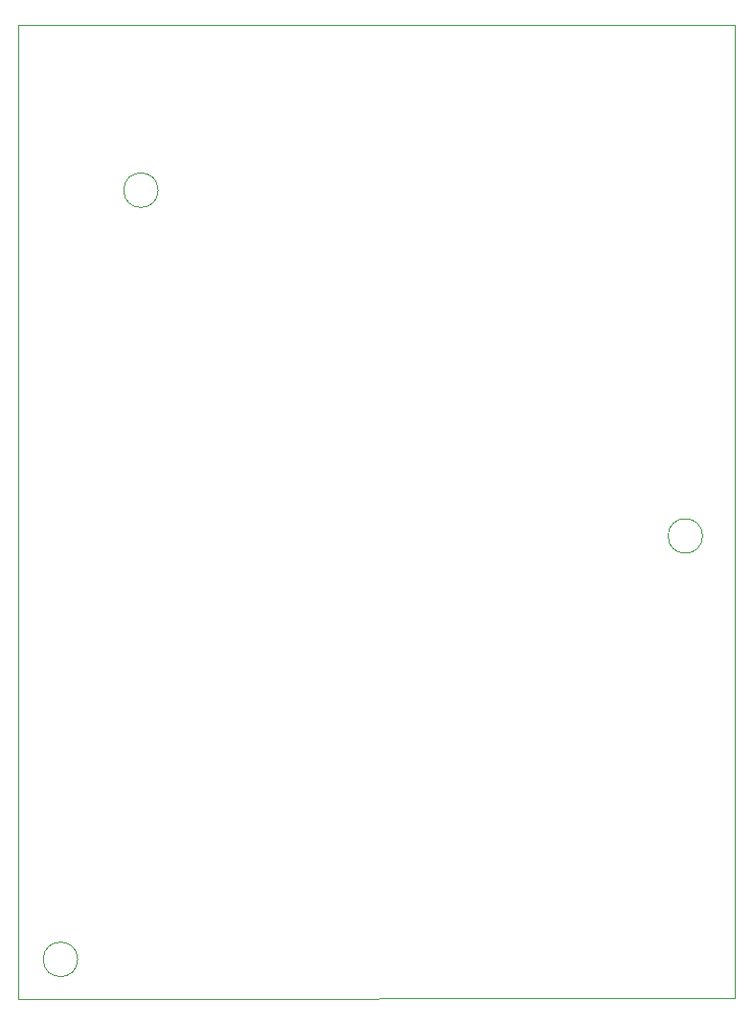
<source format=gm1>
G04 #@! TF.GenerationSoftware,KiCad,Pcbnew,(6.0.9)*
G04 #@! TF.CreationDate,2022-12-02T16:16:04-05:00*
G04 #@! TF.ProjectId,Roboshot,526f626f-7368-46f7-942e-6b696361645f,rev?*
G04 #@! TF.SameCoordinates,Original*
G04 #@! TF.FileFunction,Profile,NP*
%FSLAX46Y46*%
G04 Gerber Fmt 4.6, Leading zero omitted, Abs format (unit mm)*
G04 Created by KiCad (PCBNEW (6.0.9)) date 2022-12-02 16:16:04*
%MOMM*%
%LPD*%
G01*
G04 APERTURE LIST*
G04 #@! TA.AperFunction,Profile*
%ADD10C,0.100000*%
G04 #@! TD*
G04 APERTURE END LIST*
D10*
X74676000Y-101447600D02*
X137972800Y-101447600D01*
X79908399Y-183946800D02*
G75*
G03*
X79908399Y-183946800I-1523999J0D01*
G01*
X137972800Y-187350400D02*
X74676000Y-187452000D01*
X87020399Y-116027200D02*
G75*
G03*
X87020399Y-116027200I-1523999J0D01*
G01*
X74676000Y-101447600D02*
X74676000Y-187452000D01*
X135127999Y-146558000D02*
G75*
G03*
X135127999Y-146558000I-1523999J0D01*
G01*
X137972800Y-101447600D02*
X137972800Y-187350400D01*
M02*

</source>
